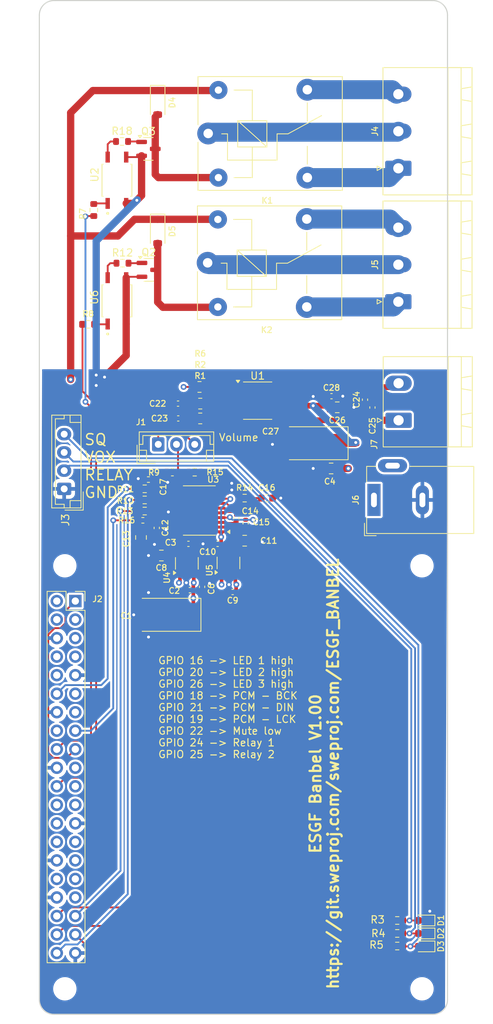
<source format=kicad_pcb>
(kicad_pcb
	(version 20240108)
	(generator "pcbnew")
	(generator_version "8.0")
	(general
		(thickness 1.6)
		(legacy_teardrops no)
	)
	(paper "A4")
	(title_block
		(title "ESGF_BANBEL")
		(date "2024-11-16")
		(rev "1.00")
		(company "SweProj.com")
	)
	(layers
		(0 "F.Cu" signal)
		(1 "In1.Cu" signal)
		(2 "In2.Cu" signal)
		(31 "B.Cu" signal)
		(32 "B.Adhes" user "B.Adhesive")
		(33 "F.Adhes" user "F.Adhesive")
		(34 "B.Paste" user)
		(35 "F.Paste" user)
		(36 "B.SilkS" user "B.Silkscreen")
		(37 "F.SilkS" user "F.Silkscreen")
		(38 "B.Mask" user)
		(39 "F.Mask" user)
		(40 "Dwgs.User" user "User.Drawings")
		(41 "Cmts.User" user "User.Comments")
		(42 "Eco1.User" user "User.Eco1")
		(43 "Eco2.User" user "User.Eco2")
		(44 "Edge.Cuts" user)
		(45 "Margin" user)
		(46 "B.CrtYd" user "B.Courtyard")
		(47 "F.CrtYd" user "F.Courtyard")
		(48 "B.Fab" user)
		(49 "F.Fab" user)
	)
	(setup
		(stackup
			(layer "F.SilkS"
				(type "Top Silk Screen")
			)
			(layer "F.Paste"
				(type "Top Solder Paste")
			)
			(layer "F.Mask"
				(type "Top Solder Mask")
				(thickness 0.01)
			)
			(layer "F.Cu"
				(type "copper")
				(thickness 0.035)
			)
			(layer "dielectric 1"
				(type "prepreg")
				(thickness 0.1)
				(material "FR4")
				(epsilon_r 4.5)
				(loss_tangent 0.02)
			)
			(layer "In1.Cu"
				(type "copper")
				(thickness 0.035)
			)
			(layer "dielectric 2"
				(type "core")
				(thickness 1.24)
				(material "FR4")
				(epsilon_r 4.5)
				(loss_tangent 0.02)
			)
			(layer "In2.Cu"
				(type "copper")
				(thickness 0.035)
			)
			(layer "dielectric 3"
				(type "prepreg")
				(thickness 0.1)
				(material "FR4")
				(epsilon_r 4.5)
				(loss_tangent 0.02)
			)
			(layer "B.Cu"
				(type "copper")
				(thickness 0.035)
			)
			(layer "B.Mask"
				(type "Bottom Solder Mask")
				(thickness 0.01)
			)
			(layer "B.Paste"
				(type "Bottom Solder Paste")
			)
			(layer "B.SilkS"
				(type "Bottom Silk Screen")
			)
			(copper_finish "None")
			(dielectric_constraints no)
		)
		(pad_to_mask_clearance 0.051)
		(solder_mask_min_width 0.25)
		(allow_soldermask_bridges_in_footprints no)
		(pcbplotparams
			(layerselection 0x00010fc_ffffffff)
			(plot_on_all_layers_selection 0x0000000_00000000)
			(disableapertmacros no)
			(usegerberextensions no)
			(usegerberattributes no)
			(usegerberadvancedattributes no)
			(creategerberjobfile no)
			(dashed_line_dash_ratio 12.000000)
			(dashed_line_gap_ratio 3.000000)
			(svgprecision 4)
			(plotframeref no)
			(viasonmask no)
			(mode 1)
			(useauxorigin no)
			(hpglpennumber 1)
			(hpglpenspeed 20)
			(hpglpendiameter 15.000000)
			(pdf_front_fp_property_popups yes)
			(pdf_back_fp_property_popups yes)
			(dxfpolygonmode yes)
			(dxfimperialunits yes)
			(dxfusepcbnewfont yes)
			(psnegative no)
			(psa4output no)
			(plotreference yes)
			(plotvalue yes)
			(plotfptext yes)
			(plotinvisibletext no)
			(sketchpadsonfab no)
			(subtractmaskfromsilk no)
			(outputformat 1)
			(mirror no)
			(drillshape 0)
			(scaleselection 1)
			(outputdirectory "RPII2S-gerber")
		)
	)
	(net 0 "")
	(net 1 "GND")
	(net 2 "GPIO25")
	(net 3 "GPIO8")
	(net 4 "Net-(D1-A)")
	(net 5 "GPIO18")
	(net 6 "GPIO21")
	(net 7 "GPIO19")
	(net 8 "Net-(D2-A)")
	(net 9 "GPIO22")
	(net 10 "Net-(D3-A)")
	(net 11 "+3.3VA")
	(net 12 "GPIO16")
	(net 13 "GPIO26")
	(net 14 "GPIO20")
	(net 15 "+3V3")
	(net 16 "+5V")
	(net 17 "unconnected-(J2-Pin_3-Pad3)")
	(net 18 "unconnected-(J2-Pin_8-Pad8)")
	(net 19 "unconnected-(J2-Pin_29-Pad29)")
	(net 20 "GPIO6")
	(net 21 "GPIO13")
	(net 22 "GPIO17")
	(net 23 "GPIO27")
	(net 24 "GPIO23")
	(net 25 "GPIO24")
	(net 26 "GPIO10")
	(net 27 "GPIO09")
	(net 28 "GPIO11")
	(net 29 "GPIO7")
	(net 30 "unconnected-(J2-Pin_27-Pad27)")
	(net 31 "unconnected-(J2-Pin_5-Pad5)")
	(net 32 "unconnected-(J2-Pin_7-Pad7)")
	(net 33 "unconnected-(J2-Pin_10-Pad10)")
	(net 34 "unconnected-(J2-Pin_28-Pad28)")
	(net 35 "unconnected-(J2-Pin_32-Pad32)")
	(net 36 "Net-(U3-LDOO)")
	(net 37 "Net-(U3-CPGND)")
	(net 38 "Net-(U3-VNEG)")
	(net 39 "Net-(U3-CAPM)")
	(net 40 "Net-(U3-CAPP)")
	(net 41 "Net-(C16-Pad1)")
	(net 42 "Net-(U3-DIN)")
	(net 43 "Net-(U3-BCK)")
	(net 44 "Net-(U3-SCK)")
	(net 45 "Net-(U3-LRCK)")
	(net 46 "Net-(U3-OUTR)")
	(net 47 "Net-(U3-OUTL)")
	(net 48 "unconnected-(U4-NC-Pad4)")
	(net 49 "unconnected-(U5-NC-Pad4)")
	(net 50 "Net-(U3-XSMT)")
	(net 51 "Net-(J1-Pin_2)")
	(net 52 "Net-(C22-Pad2)")
	(net 53 "Net-(J1-Pin_1)")
	(net 54 "Net-(J1-Pin_3)")
	(net 55 "Net-(C23-Pad2)")
	(net 56 "Net-(U1-IN-)")
	(net 57 "Net-(U1-IN+)")
	(net 58 "Net-(U1-~{SD})")
	(net 59 "unconnected-(U1-NC-Pad2)")
	(net 60 "Net-(D4-A)")
	(net 61 "Net-(D5-A)")
	(net 62 "Net-(R7-Pad2)")
	(net 63 "Net-(R8-Pad2)")
	(net 64 "Net-(J4-Pin_3)")
	(net 65 "Net-(J4-Pin_1)")
	(net 66 "Net-(J4-Pin_2)")
	(net 67 "Net-(J5-Pin_3)")
	(net 68 "Net-(J5-Pin_2)")
	(net 69 "Net-(J5-Pin_1)")
	(net 70 "Net-(J7-Pin_2)")
	(net 71 "Net-(J7-Pin_1)")
	(net 72 "+3V3P")
	(net 73 "unconnected-(J6-Pad3)")
	(net 74 "Net-(R12-Pad1)")
	(net 75 "Net-(R18-Pad1)")
	(net 76 "Net-(Q2-B)")
	(net 77 "Net-(Q3-B)")
	(footprint "Capacitor_SMD:C_0805_2012Metric" (layer "F.Cu") (at 103.2995 83.058 180))
	(footprint "MountingHole:MountingHole_2.7mm_M2.5" (layer "F.Cu") (at 66.768 96.4042))
	(footprint "MountingHole:MountingHole_2.7mm_M2.5" (layer "F.Cu") (at 115.768 154.4042))
	(footprint "MountingHole:MountingHole_2.7mm_M2.5" (layer "F.Cu") (at 115.768 96.4042))
	(footprint "Connector_PinSocket_2.54mm:PinSocket_2x20_P2.54mm_Vertical" (layer "F.Cu") (at 68.203 101.2392))
	(footprint "MountingHole:MountingHole_2.7mm_M2.5" (layer "F.Cu") (at 66.768 154.4042))
	(footprint "Capacitor_SMD:C_0402_1005Metric" (layer "F.Cu") (at 85.598 99.291 90))
	(footprint "LED_SMD:LED_0603_1608Metric" (layer "F.Cu") (at 116.0525 146.812 180))
	(footprint "Resistor_SMD:R_0603_1608Metric" (layer "F.Cu") (at 112.3696 145.034 180))
	(footprint "Resistor_SMD:R_0603_1608Metric" (layer "F.Cu") (at 112.3696 146.812 180))
	(footprint "Resistor_SMD:R_0603_1608Metric" (layer "F.Cu") (at 112.3696 148.5392 180))
	(footprint "Capacitor_Tantalum_SMD:CP_EIA-7343-40_Kemet-Y" (layer "F.Cu") (at 81.026 103.124 180))
	(footprint "LED_SMD:LED_0603_1608Metric" (layer "F.Cu") (at 116.0525 145.034 180))
	(footprint "LED_SMD:LED_0603_1608Metric" (layer "F.Cu") (at 116.0525 148.59 180))
	(footprint "Diode_SMD:D_SOD-123" (layer "F.Cu") (at 79.502 32.894 -90))
	(footprint "Resistor_SMD:R_0603_1608Metric" (layer "F.Cu") (at 69.9638 63.2968))
	(footprint "Resistor_SMD:R_0603_1608Metric" (layer "F.Cu") (at 77.724 88.9))
	(footprint "Capacitor_SMD:C_0402_1005Metric" (layer "F.Cu") (at 87.729 93.3958 180))
	(footprint "Resistor_SMD:R_0603_1608Metric" (layer "F.Cu") (at 84.582 83.566 180))
	(footprint "Capacitor_SMD:C_0402_1005Metric" (layer "F.Cu") (at 83.721 93.3958))
	(footprint "Resistor_SMD:R_0805_2012Metric" (layer "F.Cu") (at 85.344 74.168))
	(footprint "Package_TO_SOT_SMD:SOT-23-5" (layer "F.Cu") (at 89.215 96.012 90))
	(footprint "Connector_JST:JST_EH_B4B-EH-A_1x04_P2.50mm_Vertical" (layer "F.Cu") (at 66.675 85.859 90))
	(footprint "Connector_JST:JST_EH_B3B-EH-A_1x03_P2.50mm_Vertical" (layer "F.Cu") (at 79.582 79.756))
	(footprint "Resistor_SMD:R_0603_1608Metric" (layer "F.Cu") (at 91.44 87.122))
	(footprint "Capacitor_SMD:C_0603_1608Metric" (layer "F.Cu") (at 94.488 87.122))
	(footprint "Package_SO:TSSOP-20_4.4x6.5mm_P0.65mm" (layer "F.Cu") (at 85.217 88.8238 180))
	(footprint "Capacitor_SMD:C_0402_1005Metric" (layer "F.Cu") (at 107.95 73.632 90))
	(footprint "Capacitor_SMD:C_0402_1005Metric" (layer "F.Cu") (at 83.919 99.7458 180))
	(footprint "Capacitor_Tantalum_SMD:CP_EIA-7343-40_Kemet-Y" (layer "F.Cu") (at 101.217 79.602 180))
	(footprint "Resistor_SMD:R_0805_2012Metric" (layer "F.Cu") (at 85.2405 71.882))
	(footprint "Package_TO_SOT_SMD:SOT-23-5" (layer "F.Cu") (at 83.505 96.0683 90))
	(footprint "Resistor_SMD:R_0402_1005Metric" (layer "F.Cu") (at 77.47 90.17 180))
	(footprint "Resistor_SMD:R_0603_1608Metric" (layer "F.Cu") (at 77.722 87.376))
	(footprint "MountingHole:MountingHole_2.7mm_M2.5" (layer "F.Cu") (at 115.768 22.4042))
	(footprint "Package_SO:SOP-8_3.9x4.9mm_P1.27mm" (layer "F.Cu") (at 93.218 73.7616))
	(footprint "ESGF:OPTO_EL357N-G" (layer "F.Cu") (at 73.914 60.0784 90))
	(footprint "Connector_Phoenix_MSTB:PhoenixContact_MSTBA_2,5_3-G-5,08_1x03_P5.08mm_Horizontal"
		(layer "F.Cu")
		(uuid "73094ac1-d1b7-4559-84e7-c4888f759e37")
		(at 112.522 60.198 90)
		(descr "Generic Phoenix Contact connector footprint for: MSTBA_2,5/3-G-5,08; number of pins: 03; pin pitch: 5.08mm; Angled || order number: 1757255 12A || order number: 1923872 16A (HC)")
		(tags "phoenix_contact connector MSTBA_01x03_G_5.08mm")
		(property "Reference" "J5"
			(at 5.08 -3.2 90)
			(layer "F.SilkS")
			(uuid "eb457708-ce1e-4340-944f-a8d10974dbfe")
			(effects
				(font
					(size 0.8 0.8)
					(thickness 0.15)
				)
			)
		)
		(property "Value" "Conn_01x03"
			(at 5.08 11.2 90)
			(layer "F.Fab")
			(uuid "e525c25c-5ac7-4d42-aceb-661fa15696b7")
			(effects
				(font
					(size 1 1)
					(thickness 0.15)
				)
			)
		)
		(property "Footprint" "Connector_Phoenix_MSTB:PhoenixContact_MSTBA_2,5_3-G-5,08_1x03_P5.08mm_Horizontal"
			(at 0 0 90)
			(unlocked yes)
			(layer "F.Fab")
			(hide yes)
			(uuid "7ead2151-5bf5-4973-b4c4-af9d98c56347")
			(effects
				(font
					(size 1.27 1.27)
					(thickness 0.15)
				)
			)
		)
		(property "Datasheet" ""
			(at 0 0 90)
			(unlocked yes)
			(layer "F.Fab")
			(hide yes)
			(uuid "ff705aa6-0d57-41b5-87c7-87c24a2b7ec6")
			(effects
				(font
					(size 1.27 1.27)
					(thickness 0.15)
				)
			)
		)
		(property "Description" "Generic connector, single row, 01x03, script generated (kicad-library-utils/schlib/autogen/connector/)"
			(at 0 0 90)
			(unlocked yes)
			(layer "F.Fab")
			(hide yes)
			(uuid "962905bd-bb34-44f8-b3c2-534b66e3f46f")
			(effects
				(font
					(size 1.27 1.27)
					(thickness 0.15)
				)
			)
		)
		(property "LCSC" "C5183941"
			(at 0 0 90)
			(unlocked yes)
			(layer "F.Fab")
			(hide yes)
			(uuid "9c1054c9-561d-49bd-a558-c1557b9aefaa")
			(effects
				(font
					(size 1 1)
					(thickness 0.15)
				)
			)
		)
		(property ki_fp_filters "Connector*:*_1x??_*")
		(path "/3a99f0d1-22da-416a-866e-c18ee8752550")
		(sheetname "Root")
		(sheetfile "BANBEL.kicad_sch")
		(attr through_hole)
		(fp_line
			(start 0.3 -2.91)
			(end 0 -2.31)
			(stroke
				(width 0.12)
				(type solid)
			)
			(layer "F.SilkS")
			(uuid "c9d51a5c-7372-4a5d-83f3-549be4a0a86f")
		)
		(fp_line
			(start -0.3 -2.91)
			(end 0.3 -2.91)
			(stroke
				(width 0.12)
				(type solid)
			)
			(layer "F.SilkS")
			(uuid "91621e35-d44e-42b7-bbfe-30b533cfa0bd")
		)
		(fp_line
			(start 0 -2.31)
			(end -0.3 -2.91)
			(stroke
				(width 0.12)
				(type solid)
			)
			(layer "F.SilkS")
			(uuid "bacc5446-440a-43b3-a21b-bf35df140563")
		)
		(fp_line
			(start 13.81 -2.11)
			(end -3.65 -2.11)
			(stroke
				(width 0.12)
				(type solid)
			)
			(layer "F.SilkS")
			(uuid "d7033058-527b-4c21-9510-eaaa9130e067")
		)
		(fp_line
			(start -3.65 -2.11)
			(end -3.65 10.11)
			(stroke
				(width 0.12)
				(type solid)
			)
			(layer "F.SilkS")
			(uuid "cee92b8e-211b-4f66-b169-4f7b6d300337")
		)
		(fp_line
			(start 13.81 6.81)
			(end 13.81 8.61)
			(stroke
				(width 0.12)
				(type solid)
			)
			(layer "F.SilkS")
			(uuid "c6e62539-ef26-47d9-94f6-54bfbc66ffe1")
		)
		(fp_line
			(start -3.65 6.81)
			(end 13.81 6.81)
			(stroke
				(width 0.12)
				(type solid)
			)
			(layer "F.SilkS")
			(uuid "66a47488-8b14-42e6-8f4e-6cc842dc4da5")
		)
		(fp_line
			(start 13.81 8.61)
			(end -3.65 8.61)
			(stroke
				(width 0.12)
				(type solid)
			)
			(layer "F.SilkS")
			(uuid "05f26b30-4a0f-4ddb-948b-3a64eee0baa5")
		)
		(fp_line
			(start 10.91 8.61)
			(end 9.41 8.61)
			(stroke
				(width 0.12)
				(type solid)
			)
			(layer "F.SilkS")
			(uuid "30c9d2c6-632f-4b31-8bda-6951e69760a3")
		)
		(fp_line
			(start 9.41 8.61)
			(end 9.16 10.11)
			(stroke
				(width 0.12)
				(type solid)
			)
			(layer "F.SilkS")
			(uuid "513ae130-6e2a-46c1-b5ff-395c04f05385")
		)
		(fp_line
			(start 5.83 8.61)
			(end 4.33 8.61)
			(stroke
				(width 0.12)
				(type solid)
			)
			(layer "F.SilkS")
			(uuid "37b7b519-79c8-4c01-8ad3-b0794f30b063")
		)
		(fp_line
			(start 4.33 8.61)
			(end 4.08 10.11)
			(stroke
				(width 0.12)
				(type solid)
			)
			(layer "F.SilkS")
			(uuid "95b07541-6cd8-42d3-bac7-1c4977e2318e")
		)
		(fp_line
			(start 0.75 8.61)
			(end -0.75 8.61)
			(stroke
				(width 0.12)
				(type solid)
			)
			(layer "F.SilkS")
			(uuid "e8cebe02-5eb8-45f1-871d-e838953c53b4")
		)
		(fp_line
			(start -0.75 8.61)
			(end -1 10.11)
			(stroke
				(width 0.12)
				(type solid)
			)
			(layer "F.SilkS")
			(uuid "19ab18aa-1c5a-4663-92cf-fed1dce817ce")
		)
		(fp_line
			(start -3.65 8.61)
			(end -3.65 6.81)
			(stroke
				(width 0.12)
				(type solid)
			)
			(layer "F.SilkS")
			(uuid "41c118ac-1c64-415a-93c3-358181ee98c7")
		)
		(fp_line
			(start 13.81 10.11)
			(end 13.81 -2.11)
			(stroke
				(width 0.12)
				(type solid)
			)
			(layer "F.SilkS")
			(uuid "bf00ea21-0c76-483f-b490-9fbb31f03a4a")
		)
		(fp_line
			(start 11.16 10.11)
			(end 10.91 8.61)
			(stroke
				(width 0.12)
				(type solid)
			)
			(layer "F.SilkS")
			(uuid "f64e8d4e-ca6f-4ec2-a133-213bc79f9df3")
		)
		(fp_line
			(start 9.16 10.11)
			(end 11.16 10.11)
			(stroke
				(width 0.12)
				(type solid)
			)
			(layer "F.SilkS")
			(uuid "2cf4f663-3004-452e-bb8b-1895a0a2d83d")
		)
		(fp_line
			(start 6.08 10.11)
			(end 5.83 8.61)
			(stroke
				(width 0.12)
				(type solid)
			)
			(layer "F.SilkS")
			(uuid "ca9c1b03-9c16-4fa0-8923-5cf738d9a607")
		)
		(fp_line
			(start 4.08 10.11)
			(end 6.08 10.11)
			(stroke
				(width 0.12)
				(type solid)
			)
			(layer "F.SilkS")
			(uuid "1a116d36-88a6-4cfa-97f3-c9930d664d0f")
		)
		(fp_line
			(start 1 10.11)
			(end 0.75 8.61)
			(stroke
				(width 0.12)
				(type solid)
			)
			(layer "F.SilkS")
			(uuid "3c98859d-6c24-4b1f-9072-25e1f0b8e47f")
		)
		(fp_line
			(start -1 10.11)
			(end 1 10.11)
			(stroke
				(width 0.12)
				(type solid)
			)
			(layer "F.SilkS")
			(uuid "a4cce0c7-1e32-4154-945a-19a6c7e44ab8")
		)
		(fp_line
			(start -3.65 10.11)
			(end 13.81 10.11)
			(stroke
				(width 0.12)
				(type solid)
			)
			(layer "F.SilkS")
			(uuid "09769afd-6c85-4545-992b-b45302a08fab")
		)
		(fp_line
			(start 14.2 -2.5)
			(end -4.04 -2.5)
			(stroke
				(width 0.05)
				(type solid)
			)
			(layer "F.CrtYd")
			(uuid "3174c462-37f5-48b3-bc74-841e807a3fbb")
		)
		(fp_line
			(start -4.04 -2.5)
			(end -4.04 10.5)
			(stroke
				(width 0.05)
				(type solid)
			)
			(layer "F.CrtYd")
			(uuid "c50d78a7-66c1-4d61-b9b0-aab76e2928d5")
		)
		(fp_line
			(start 14.2 10.5)
			(end 14.2 -2.5)
			(stroke
				(width 0.05)
				(type solid)
			)
			(layer "F.CrtYd")
			(uuid "1b5c6aa8-7ed8-44bf-a4a7-969bae73e871")
		)
		(fp_line
			(start -4.04 10.5)
			(end 14.2 10.5)
			(stroke
				(width 
... [581408 chars truncated]
</source>
